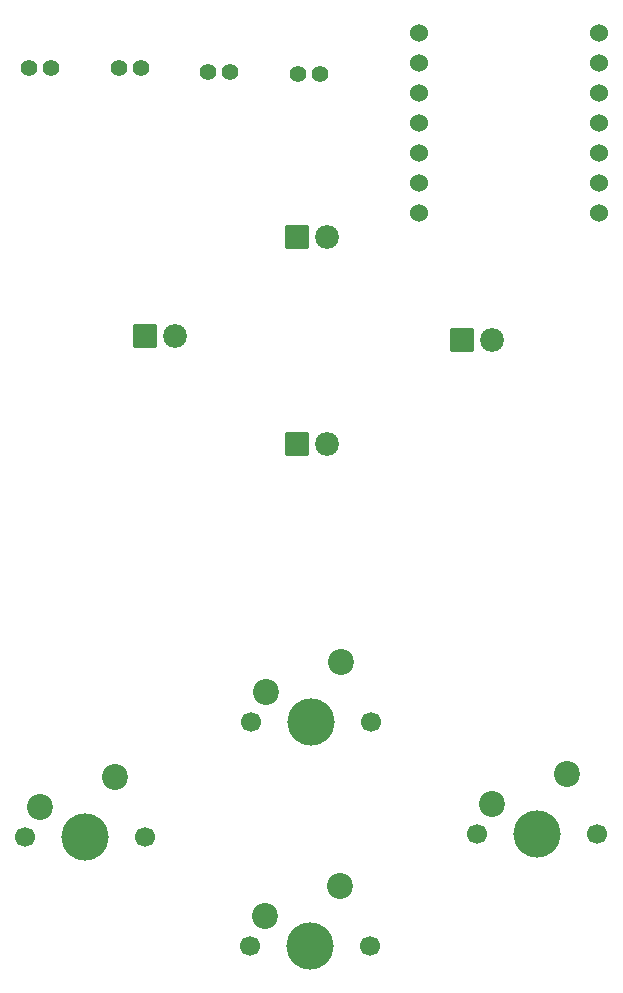
<source format=gbr>
%TF.GenerationSoftware,KiCad,Pcbnew,9.0.2*%
%TF.CreationDate,2025-07-04T19:57:48+05:30*%
%TF.ProjectId,clackade,636c6163-6b61-4646-952e-6b696361645f,rev?*%
%TF.SameCoordinates,Original*%
%TF.FileFunction,Soldermask,Top*%
%TF.FilePolarity,Negative*%
%FSLAX46Y46*%
G04 Gerber Fmt 4.6, Leading zero omitted, Abs format (unit mm)*
G04 Created by KiCad (PCBNEW 9.0.2) date 2025-07-04 19:57:48*
%MOMM*%
%LPD*%
G01*
G04 APERTURE LIST*
G04 Aperture macros list*
%AMRoundRect*
0 Rectangle with rounded corners*
0 $1 Rounding radius*
0 $2 $3 $4 $5 $6 $7 $8 $9 X,Y pos of 4 corners*
0 Add a 4 corners polygon primitive as box body*
4,1,4,$2,$3,$4,$5,$6,$7,$8,$9,$2,$3,0*
0 Add four circle primitives for the rounded corners*
1,1,$1+$1,$2,$3*
1,1,$1+$1,$4,$5*
1,1,$1+$1,$6,$7*
1,1,$1+$1,$8,$9*
0 Add four rect primitives between the rounded corners*
20,1,$1+$1,$2,$3,$4,$5,0*
20,1,$1+$1,$4,$5,$6,$7,0*
20,1,$1+$1,$6,$7,$8,$9,0*
20,1,$1+$1,$8,$9,$2,$3,0*%
G04 Aperture macros list end*
%ADD10C,2.019000*%
%ADD11RoundRect,0.102000X-0.907500X-0.907500X0.907500X-0.907500X0.907500X0.907500X-0.907500X0.907500X0*%
%ADD12C,1.400000*%
%ADD13C,1.700000*%
%ADD14C,4.000000*%
%ADD15C,2.200000*%
%ADD16C,1.524000*%
G04 APERTURE END LIST*
D10*
%TO.C,D4*%
X99141000Y-98839000D03*
D11*
X96601000Y-98839000D03*
%TD*%
D12*
%TO.C,R1*%
X75805000Y-67000000D03*
X73905000Y-67000000D03*
%TD*%
D13*
%TO.C,SW4*%
X92672700Y-141342200D03*
D14*
X97752700Y-141342200D03*
D13*
X102832700Y-141342200D03*
D15*
X100292700Y-136262200D03*
X93942700Y-138802200D03*
%TD*%
D13*
%TO.C,SW2*%
X73572700Y-132122200D03*
D14*
X78652700Y-132122200D03*
D13*
X83732700Y-132122200D03*
D15*
X81192700Y-127042200D03*
X74842700Y-129582200D03*
%TD*%
D12*
%TO.C,R4*%
X98562200Y-67542700D03*
X96662200Y-67542700D03*
%TD*%
%TO.C,R3*%
X90962200Y-67342700D03*
X89062200Y-67342700D03*
%TD*%
D10*
%TO.C,D1*%
X99141000Y-81339000D03*
D11*
X96601000Y-81339000D03*
%TD*%
D10*
%TO.C,D2*%
X86271000Y-89739000D03*
D11*
X83731000Y-89739000D03*
%TD*%
D10*
%TO.C,D3*%
X113141000Y-90039000D03*
D11*
X110601000Y-90039000D03*
%TD*%
D13*
%TO.C,SW3*%
X111882700Y-131882200D03*
D14*
X116962700Y-131882200D03*
D13*
X122042700Y-131882200D03*
D15*
X119502700Y-126802200D03*
X113152700Y-129342200D03*
%TD*%
D13*
%TO.C,SW1*%
X92732700Y-122422200D03*
D14*
X97812700Y-122422200D03*
D13*
X102892700Y-122422200D03*
D15*
X100352700Y-117342200D03*
X94002700Y-119882200D03*
%TD*%
D12*
%TO.C,R2*%
X83405000Y-67000000D03*
X81505000Y-67000000D03*
%TD*%
D16*
%TO.C,U1*%
X122220000Y-64048500D03*
X122220000Y-66588500D03*
X122220000Y-69128500D03*
X122220000Y-71668500D03*
X122220000Y-74208500D03*
X122220000Y-76748500D03*
X122220000Y-79288500D03*
X106980000Y-79288500D03*
X106980000Y-76748500D03*
X106980000Y-74208500D03*
X106980000Y-71668500D03*
X106980000Y-69128500D03*
X106980000Y-66588500D03*
X106980000Y-64048500D03*
%TD*%
M02*

</source>
